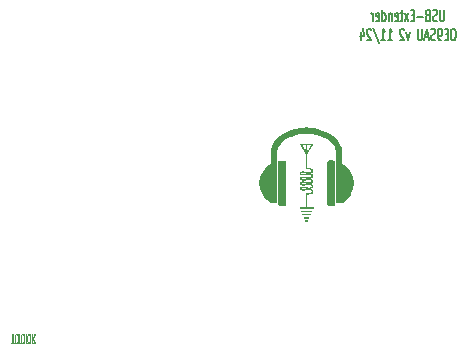
<source format=gbr>
%TF.GenerationSoftware,KiCad,Pcbnew,8.0.5*%
%TF.CreationDate,2025-02-12T12:09:28+01:00*%
%TF.ProjectId,USB-Extender_v2,5553422d-4578-4746-956e-6465725f7632,rev?*%
%TF.SameCoordinates,Original*%
%TF.FileFunction,Legend,Bot*%
%TF.FilePolarity,Positive*%
%FSLAX46Y46*%
G04 Gerber Fmt 4.6, Leading zero omitted, Abs format (unit mm)*
G04 Created by KiCad (PCBNEW 8.0.5) date 2025-02-12 12:09:28*
%MOMM*%
%LPD*%
G01*
G04 APERTURE LIST*
%ADD10C,0.037500*%
%ADD11C,0.150000*%
%ADD12C,0.000000*%
G04 APERTURE END LIST*
D10*
X102389832Y-87212745D02*
X102389832Y-87784173D01*
X102389832Y-87784173D02*
X102380309Y-87898459D01*
X102380309Y-87898459D02*
X102361261Y-87974650D01*
X102361261Y-87974650D02*
X102332690Y-88012745D01*
X102332690Y-88012745D02*
X102313642Y-88012745D01*
X102580309Y-88012745D02*
X102485071Y-88012745D01*
X102485071Y-88012745D02*
X102485071Y-87212745D01*
X102761261Y-87936554D02*
X102751737Y-87974650D01*
X102751737Y-87974650D02*
X102723166Y-88012745D01*
X102723166Y-88012745D02*
X102704118Y-88012745D01*
X102704118Y-88012745D02*
X102675547Y-87974650D01*
X102675547Y-87974650D02*
X102656499Y-87898459D01*
X102656499Y-87898459D02*
X102646976Y-87822269D01*
X102646976Y-87822269D02*
X102637452Y-87669888D01*
X102637452Y-87669888D02*
X102637452Y-87555602D01*
X102637452Y-87555602D02*
X102646976Y-87403221D01*
X102646976Y-87403221D02*
X102656499Y-87327030D01*
X102656499Y-87327030D02*
X102675547Y-87250840D01*
X102675547Y-87250840D02*
X102704118Y-87212745D01*
X102704118Y-87212745D02*
X102723166Y-87212745D01*
X102723166Y-87212745D02*
X102751737Y-87250840D01*
X102751737Y-87250840D02*
X102761261Y-87288935D01*
X102904118Y-87212745D02*
X102904118Y-87784173D01*
X102904118Y-87784173D02*
X102894595Y-87898459D01*
X102894595Y-87898459D02*
X102875547Y-87974650D01*
X102875547Y-87974650D02*
X102846976Y-88012745D01*
X102846976Y-88012745D02*
X102827928Y-88012745D01*
X103094595Y-88012745D02*
X102999357Y-88012745D01*
X102999357Y-88012745D02*
X102999357Y-87212745D01*
X103275547Y-87936554D02*
X103266023Y-87974650D01*
X103266023Y-87974650D02*
X103237452Y-88012745D01*
X103237452Y-88012745D02*
X103218404Y-88012745D01*
X103218404Y-88012745D02*
X103189833Y-87974650D01*
X103189833Y-87974650D02*
X103170785Y-87898459D01*
X103170785Y-87898459D02*
X103161262Y-87822269D01*
X103161262Y-87822269D02*
X103151738Y-87669888D01*
X103151738Y-87669888D02*
X103151738Y-87555602D01*
X103151738Y-87555602D02*
X103161262Y-87403221D01*
X103161262Y-87403221D02*
X103170785Y-87327030D01*
X103170785Y-87327030D02*
X103189833Y-87250840D01*
X103189833Y-87250840D02*
X103218404Y-87212745D01*
X103218404Y-87212745D02*
X103237452Y-87212745D01*
X103237452Y-87212745D02*
X103266023Y-87250840D01*
X103266023Y-87250840D02*
X103275547Y-87288935D01*
X103418404Y-87212745D02*
X103418404Y-87784173D01*
X103418404Y-87784173D02*
X103408881Y-87898459D01*
X103408881Y-87898459D02*
X103389833Y-87974650D01*
X103389833Y-87974650D02*
X103361262Y-88012745D01*
X103361262Y-88012745D02*
X103342214Y-88012745D01*
X103608881Y-88012745D02*
X103513643Y-88012745D01*
X103513643Y-88012745D02*
X103513643Y-87212745D01*
X103789833Y-87936554D02*
X103780309Y-87974650D01*
X103780309Y-87974650D02*
X103751738Y-88012745D01*
X103751738Y-88012745D02*
X103732690Y-88012745D01*
X103732690Y-88012745D02*
X103704119Y-87974650D01*
X103704119Y-87974650D02*
X103685071Y-87898459D01*
X103685071Y-87898459D02*
X103675548Y-87822269D01*
X103675548Y-87822269D02*
X103666024Y-87669888D01*
X103666024Y-87669888D02*
X103666024Y-87555602D01*
X103666024Y-87555602D02*
X103675548Y-87403221D01*
X103675548Y-87403221D02*
X103685071Y-87327030D01*
X103685071Y-87327030D02*
X103704119Y-87250840D01*
X103704119Y-87250840D02*
X103732690Y-87212745D01*
X103732690Y-87212745D02*
X103751738Y-87212745D01*
X103751738Y-87212745D02*
X103780309Y-87250840D01*
X103780309Y-87250840D02*
X103789833Y-87288935D01*
X103932690Y-87212745D02*
X103932690Y-87784173D01*
X103932690Y-87784173D02*
X103923167Y-87898459D01*
X103923167Y-87898459D02*
X103904119Y-87974650D01*
X103904119Y-87974650D02*
X103875548Y-88012745D01*
X103875548Y-88012745D02*
X103856500Y-88012745D01*
X104123167Y-88012745D02*
X104027929Y-88012745D01*
X104027929Y-88012745D02*
X104027929Y-87212745D01*
X104304119Y-87936554D02*
X104294595Y-87974650D01*
X104294595Y-87974650D02*
X104266024Y-88012745D01*
X104266024Y-88012745D02*
X104246976Y-88012745D01*
X104246976Y-88012745D02*
X104218405Y-87974650D01*
X104218405Y-87974650D02*
X104199357Y-87898459D01*
X104199357Y-87898459D02*
X104189834Y-87822269D01*
X104189834Y-87822269D02*
X104180310Y-87669888D01*
X104180310Y-87669888D02*
X104180310Y-87555602D01*
X104180310Y-87555602D02*
X104189834Y-87403221D01*
X104189834Y-87403221D02*
X104199357Y-87327030D01*
X104199357Y-87327030D02*
X104218405Y-87250840D01*
X104218405Y-87250840D02*
X104246976Y-87212745D01*
X104246976Y-87212745D02*
X104266024Y-87212745D01*
X104266024Y-87212745D02*
X104294595Y-87250840D01*
X104294595Y-87250840D02*
X104304119Y-87288935D01*
D11*
X138947142Y-59743219D02*
X138947142Y-60552742D01*
X138947142Y-60552742D02*
X138918571Y-60647980D01*
X138918571Y-60647980D02*
X138890000Y-60695600D01*
X138890000Y-60695600D02*
X138832857Y-60743219D01*
X138832857Y-60743219D02*
X138718571Y-60743219D01*
X138718571Y-60743219D02*
X138661428Y-60695600D01*
X138661428Y-60695600D02*
X138632857Y-60647980D01*
X138632857Y-60647980D02*
X138604285Y-60552742D01*
X138604285Y-60552742D02*
X138604285Y-59743219D01*
X138347143Y-60695600D02*
X138261429Y-60743219D01*
X138261429Y-60743219D02*
X138118571Y-60743219D01*
X138118571Y-60743219D02*
X138061429Y-60695600D01*
X138061429Y-60695600D02*
X138032857Y-60647980D01*
X138032857Y-60647980D02*
X138004286Y-60552742D01*
X138004286Y-60552742D02*
X138004286Y-60457504D01*
X138004286Y-60457504D02*
X138032857Y-60362266D01*
X138032857Y-60362266D02*
X138061429Y-60314647D01*
X138061429Y-60314647D02*
X138118571Y-60267028D01*
X138118571Y-60267028D02*
X138232857Y-60219409D01*
X138232857Y-60219409D02*
X138290000Y-60171790D01*
X138290000Y-60171790D02*
X138318571Y-60124171D01*
X138318571Y-60124171D02*
X138347143Y-60028933D01*
X138347143Y-60028933D02*
X138347143Y-59933695D01*
X138347143Y-59933695D02*
X138318571Y-59838457D01*
X138318571Y-59838457D02*
X138290000Y-59790838D01*
X138290000Y-59790838D02*
X138232857Y-59743219D01*
X138232857Y-59743219D02*
X138090000Y-59743219D01*
X138090000Y-59743219D02*
X138004286Y-59790838D01*
X137547142Y-60219409D02*
X137461428Y-60267028D01*
X137461428Y-60267028D02*
X137432857Y-60314647D01*
X137432857Y-60314647D02*
X137404285Y-60409885D01*
X137404285Y-60409885D02*
X137404285Y-60552742D01*
X137404285Y-60552742D02*
X137432857Y-60647980D01*
X137432857Y-60647980D02*
X137461428Y-60695600D01*
X137461428Y-60695600D02*
X137518571Y-60743219D01*
X137518571Y-60743219D02*
X137747142Y-60743219D01*
X137747142Y-60743219D02*
X137747142Y-59743219D01*
X137747142Y-59743219D02*
X137547142Y-59743219D01*
X137547142Y-59743219D02*
X137490000Y-59790838D01*
X137490000Y-59790838D02*
X137461428Y-59838457D01*
X137461428Y-59838457D02*
X137432857Y-59933695D01*
X137432857Y-59933695D02*
X137432857Y-60028933D01*
X137432857Y-60028933D02*
X137461428Y-60124171D01*
X137461428Y-60124171D02*
X137490000Y-60171790D01*
X137490000Y-60171790D02*
X137547142Y-60219409D01*
X137547142Y-60219409D02*
X137747142Y-60219409D01*
X137147142Y-60362266D02*
X136690000Y-60362266D01*
X136404285Y-60219409D02*
X136204285Y-60219409D01*
X136118571Y-60743219D02*
X136404285Y-60743219D01*
X136404285Y-60743219D02*
X136404285Y-59743219D01*
X136404285Y-59743219D02*
X136118571Y-59743219D01*
X135918571Y-60743219D02*
X135604286Y-60076552D01*
X135918571Y-60076552D02*
X135604286Y-60743219D01*
X135461429Y-60076552D02*
X135232857Y-60076552D01*
X135375714Y-59743219D02*
X135375714Y-60600361D01*
X135375714Y-60600361D02*
X135347143Y-60695600D01*
X135347143Y-60695600D02*
X135290000Y-60743219D01*
X135290000Y-60743219D02*
X135232857Y-60743219D01*
X134804286Y-60695600D02*
X134861429Y-60743219D01*
X134861429Y-60743219D02*
X134975715Y-60743219D01*
X134975715Y-60743219D02*
X135032857Y-60695600D01*
X135032857Y-60695600D02*
X135061429Y-60600361D01*
X135061429Y-60600361D02*
X135061429Y-60219409D01*
X135061429Y-60219409D02*
X135032857Y-60124171D01*
X135032857Y-60124171D02*
X134975715Y-60076552D01*
X134975715Y-60076552D02*
X134861429Y-60076552D01*
X134861429Y-60076552D02*
X134804286Y-60124171D01*
X134804286Y-60124171D02*
X134775715Y-60219409D01*
X134775715Y-60219409D02*
X134775715Y-60314647D01*
X134775715Y-60314647D02*
X135061429Y-60409885D01*
X134518571Y-60076552D02*
X134518571Y-60743219D01*
X134518571Y-60171790D02*
X134490000Y-60124171D01*
X134490000Y-60124171D02*
X134432857Y-60076552D01*
X134432857Y-60076552D02*
X134347143Y-60076552D01*
X134347143Y-60076552D02*
X134290000Y-60124171D01*
X134290000Y-60124171D02*
X134261429Y-60219409D01*
X134261429Y-60219409D02*
X134261429Y-60743219D01*
X133718572Y-60743219D02*
X133718572Y-59743219D01*
X133718572Y-60695600D02*
X133775714Y-60743219D01*
X133775714Y-60743219D02*
X133890000Y-60743219D01*
X133890000Y-60743219D02*
X133947143Y-60695600D01*
X133947143Y-60695600D02*
X133975714Y-60647980D01*
X133975714Y-60647980D02*
X134004286Y-60552742D01*
X134004286Y-60552742D02*
X134004286Y-60267028D01*
X134004286Y-60267028D02*
X133975714Y-60171790D01*
X133975714Y-60171790D02*
X133947143Y-60124171D01*
X133947143Y-60124171D02*
X133890000Y-60076552D01*
X133890000Y-60076552D02*
X133775714Y-60076552D01*
X133775714Y-60076552D02*
X133718572Y-60124171D01*
X133204286Y-60695600D02*
X133261429Y-60743219D01*
X133261429Y-60743219D02*
X133375715Y-60743219D01*
X133375715Y-60743219D02*
X133432857Y-60695600D01*
X133432857Y-60695600D02*
X133461429Y-60600361D01*
X133461429Y-60600361D02*
X133461429Y-60219409D01*
X133461429Y-60219409D02*
X133432857Y-60124171D01*
X133432857Y-60124171D02*
X133375715Y-60076552D01*
X133375715Y-60076552D02*
X133261429Y-60076552D01*
X133261429Y-60076552D02*
X133204286Y-60124171D01*
X133204286Y-60124171D02*
X133175715Y-60219409D01*
X133175715Y-60219409D02*
X133175715Y-60314647D01*
X133175715Y-60314647D02*
X133461429Y-60409885D01*
X132918571Y-60743219D02*
X132918571Y-60076552D01*
X132918571Y-60267028D02*
X132890000Y-60171790D01*
X132890000Y-60171790D02*
X132861429Y-60124171D01*
X132861429Y-60124171D02*
X132804286Y-60076552D01*
X132804286Y-60076552D02*
X132747143Y-60076552D01*
X139790001Y-61353163D02*
X139675715Y-61353163D01*
X139675715Y-61353163D02*
X139618572Y-61400782D01*
X139618572Y-61400782D02*
X139561429Y-61496020D01*
X139561429Y-61496020D02*
X139532858Y-61686496D01*
X139532858Y-61686496D02*
X139532858Y-62019829D01*
X139532858Y-62019829D02*
X139561429Y-62210305D01*
X139561429Y-62210305D02*
X139618572Y-62305544D01*
X139618572Y-62305544D02*
X139675715Y-62353163D01*
X139675715Y-62353163D02*
X139790001Y-62353163D01*
X139790001Y-62353163D02*
X139847144Y-62305544D01*
X139847144Y-62305544D02*
X139904286Y-62210305D01*
X139904286Y-62210305D02*
X139932858Y-62019829D01*
X139932858Y-62019829D02*
X139932858Y-61686496D01*
X139932858Y-61686496D02*
X139904286Y-61496020D01*
X139904286Y-61496020D02*
X139847144Y-61400782D01*
X139847144Y-61400782D02*
X139790001Y-61353163D01*
X139275715Y-61829353D02*
X139075715Y-61829353D01*
X138990001Y-62353163D02*
X139275715Y-62353163D01*
X139275715Y-62353163D02*
X139275715Y-61353163D01*
X139275715Y-61353163D02*
X138990001Y-61353163D01*
X138704287Y-62353163D02*
X138590001Y-62353163D01*
X138590001Y-62353163D02*
X138532858Y-62305544D01*
X138532858Y-62305544D02*
X138504287Y-62257924D01*
X138504287Y-62257924D02*
X138447144Y-62115067D01*
X138447144Y-62115067D02*
X138418573Y-61924591D01*
X138418573Y-61924591D02*
X138418573Y-61543639D01*
X138418573Y-61543639D02*
X138447144Y-61448401D01*
X138447144Y-61448401D02*
X138475716Y-61400782D01*
X138475716Y-61400782D02*
X138532858Y-61353163D01*
X138532858Y-61353163D02*
X138647144Y-61353163D01*
X138647144Y-61353163D02*
X138704287Y-61400782D01*
X138704287Y-61400782D02*
X138732858Y-61448401D01*
X138732858Y-61448401D02*
X138761430Y-61543639D01*
X138761430Y-61543639D02*
X138761430Y-61781734D01*
X138761430Y-61781734D02*
X138732858Y-61876972D01*
X138732858Y-61876972D02*
X138704287Y-61924591D01*
X138704287Y-61924591D02*
X138647144Y-61972210D01*
X138647144Y-61972210D02*
X138532858Y-61972210D01*
X138532858Y-61972210D02*
X138475716Y-61924591D01*
X138475716Y-61924591D02*
X138447144Y-61876972D01*
X138447144Y-61876972D02*
X138418573Y-61781734D01*
X138190001Y-62305544D02*
X138104287Y-62353163D01*
X138104287Y-62353163D02*
X137961429Y-62353163D01*
X137961429Y-62353163D02*
X137904287Y-62305544D01*
X137904287Y-62305544D02*
X137875715Y-62257924D01*
X137875715Y-62257924D02*
X137847144Y-62162686D01*
X137847144Y-62162686D02*
X137847144Y-62067448D01*
X137847144Y-62067448D02*
X137875715Y-61972210D01*
X137875715Y-61972210D02*
X137904287Y-61924591D01*
X137904287Y-61924591D02*
X137961429Y-61876972D01*
X137961429Y-61876972D02*
X138075715Y-61829353D01*
X138075715Y-61829353D02*
X138132858Y-61781734D01*
X138132858Y-61781734D02*
X138161429Y-61734115D01*
X138161429Y-61734115D02*
X138190001Y-61638877D01*
X138190001Y-61638877D02*
X138190001Y-61543639D01*
X138190001Y-61543639D02*
X138161429Y-61448401D01*
X138161429Y-61448401D02*
X138132858Y-61400782D01*
X138132858Y-61400782D02*
X138075715Y-61353163D01*
X138075715Y-61353163D02*
X137932858Y-61353163D01*
X137932858Y-61353163D02*
X137847144Y-61400782D01*
X137618572Y-62067448D02*
X137332858Y-62067448D01*
X137675715Y-62353163D02*
X137475715Y-61353163D01*
X137475715Y-61353163D02*
X137275715Y-62353163D01*
X137075714Y-61353163D02*
X137075714Y-62162686D01*
X137075714Y-62162686D02*
X137047143Y-62257924D01*
X137047143Y-62257924D02*
X137018572Y-62305544D01*
X137018572Y-62305544D02*
X136961429Y-62353163D01*
X136961429Y-62353163D02*
X136847143Y-62353163D01*
X136847143Y-62353163D02*
X136790000Y-62305544D01*
X136790000Y-62305544D02*
X136761429Y-62257924D01*
X136761429Y-62257924D02*
X136732857Y-62162686D01*
X136732857Y-62162686D02*
X136732857Y-61353163D01*
X136047143Y-61686496D02*
X135904286Y-62353163D01*
X135904286Y-62353163D02*
X135761429Y-61686496D01*
X135561429Y-61448401D02*
X135532857Y-61400782D01*
X135532857Y-61400782D02*
X135475715Y-61353163D01*
X135475715Y-61353163D02*
X135332857Y-61353163D01*
X135332857Y-61353163D02*
X135275715Y-61400782D01*
X135275715Y-61400782D02*
X135247143Y-61448401D01*
X135247143Y-61448401D02*
X135218572Y-61543639D01*
X135218572Y-61543639D02*
X135218572Y-61638877D01*
X135218572Y-61638877D02*
X135247143Y-61781734D01*
X135247143Y-61781734D02*
X135590000Y-62353163D01*
X135590000Y-62353163D02*
X135218572Y-62353163D01*
X134190000Y-62353163D02*
X134532857Y-62353163D01*
X134361428Y-62353163D02*
X134361428Y-61353163D01*
X134361428Y-61353163D02*
X134418571Y-61496020D01*
X134418571Y-61496020D02*
X134475714Y-61591258D01*
X134475714Y-61591258D02*
X134532857Y-61638877D01*
X133618571Y-62353163D02*
X133961428Y-62353163D01*
X133789999Y-62353163D02*
X133789999Y-61353163D01*
X133789999Y-61353163D02*
X133847142Y-61496020D01*
X133847142Y-61496020D02*
X133904285Y-61591258D01*
X133904285Y-61591258D02*
X133961428Y-61638877D01*
X132932856Y-61305544D02*
X133447142Y-62591258D01*
X132761428Y-61448401D02*
X132732856Y-61400782D01*
X132732856Y-61400782D02*
X132675714Y-61353163D01*
X132675714Y-61353163D02*
X132532856Y-61353163D01*
X132532856Y-61353163D02*
X132475714Y-61400782D01*
X132475714Y-61400782D02*
X132447142Y-61448401D01*
X132447142Y-61448401D02*
X132418571Y-61543639D01*
X132418571Y-61543639D02*
X132418571Y-61638877D01*
X132418571Y-61638877D02*
X132447142Y-61781734D01*
X132447142Y-61781734D02*
X132789999Y-62353163D01*
X132789999Y-62353163D02*
X132418571Y-62353163D01*
X131904285Y-61686496D02*
X131904285Y-62353163D01*
X132047142Y-61305544D02*
X132189999Y-62019829D01*
X132189999Y-62019829D02*
X131818570Y-62019829D01*
D12*
%TO.C,g2*%
G36*
X127656201Y-77107678D02*
G01*
X127656201Y-77170750D01*
X127309305Y-77170750D01*
X126962409Y-77170750D01*
X126962409Y-77107678D01*
X126962409Y-77044606D01*
X127309305Y-77044606D01*
X127656201Y-77044606D01*
X127656201Y-77107678D01*
G37*
G36*
X127430944Y-77639285D02*
G01*
X127430944Y-77702357D01*
X127309305Y-77702357D01*
X127187666Y-77702357D01*
X127187666Y-77639285D01*
X127187666Y-77576213D01*
X127309305Y-77576213D01*
X127430944Y-77576213D01*
X127430944Y-77639285D01*
G37*
G36*
X127171030Y-77309060D02*
G01*
X127179217Y-77309600D01*
X127222725Y-77311683D01*
X127276711Y-77313371D01*
X127335091Y-77314502D01*
X127391782Y-77314914D01*
X127530057Y-77314914D01*
X127530057Y-77377986D01*
X127530057Y-77441058D01*
X127309305Y-77441058D01*
X127088553Y-77441058D01*
X127088553Y-77372132D01*
X127088553Y-77303206D01*
X127171030Y-77309060D01*
G37*
G36*
X127773335Y-76841801D02*
G01*
X127773335Y-76912221D01*
X127663797Y-76906331D01*
X127661669Y-76906220D01*
X127626257Y-76904896D01*
X127575821Y-76903680D01*
X127513131Y-76902607D01*
X127440959Y-76901712D01*
X127362076Y-76901029D01*
X127279253Y-76900594D01*
X127195262Y-76900441D01*
X126836265Y-76900441D01*
X126836265Y-76841874D01*
X126836265Y-76783307D01*
X127000703Y-76783293D01*
X127015910Y-76783270D01*
X127072248Y-76782952D01*
X127141439Y-76782300D01*
X127219609Y-76781362D01*
X127302882Y-76780188D01*
X127387384Y-76778828D01*
X127469238Y-76777330D01*
X127773335Y-76771381D01*
X127773335Y-76841801D01*
G37*
G36*
X129438898Y-72522179D02*
G01*
X129492369Y-72523324D01*
X129538870Y-72525197D01*
X129574736Y-72527792D01*
X129596303Y-72531102D01*
X129618791Y-72540103D01*
X129656708Y-72565336D01*
X129691196Y-72599200D01*
X129716378Y-72636534D01*
X129717469Y-72638855D01*
X129719348Y-72643808D01*
X129721070Y-72650292D01*
X129722641Y-72659058D01*
X129724069Y-72670855D01*
X129725361Y-72686432D01*
X129726523Y-72706539D01*
X129727562Y-72731925D01*
X129728486Y-72763340D01*
X129729300Y-72801533D01*
X129730012Y-72847253D01*
X129730629Y-72901251D01*
X129731157Y-72964276D01*
X129731603Y-73037077D01*
X129731975Y-73120404D01*
X129732278Y-73215005D01*
X129732520Y-73321632D01*
X129732708Y-73441032D01*
X129732847Y-73573956D01*
X129732947Y-73721154D01*
X129733012Y-73883373D01*
X129733050Y-74061365D01*
X129733068Y-74255879D01*
X129733072Y-74467664D01*
X129733072Y-76265216D01*
X129713422Y-76296752D01*
X129687958Y-76327392D01*
X129645668Y-76354023D01*
X129590148Y-76369139D01*
X129589432Y-76369246D01*
X129565162Y-76371374D01*
X129526747Y-76373085D01*
X129477889Y-76374286D01*
X129422290Y-76374885D01*
X129363651Y-76374789D01*
X129357059Y-76374735D01*
X129296512Y-76374091D01*
X129250864Y-76373115D01*
X129217262Y-76371527D01*
X129192856Y-76369047D01*
X129174792Y-76365396D01*
X129160219Y-76360294D01*
X129146285Y-76353461D01*
X129113589Y-76331951D01*
X129075010Y-76290394D01*
X129051366Y-76240028D01*
X129050484Y-76235348D01*
X129049182Y-76221432D01*
X129047984Y-76198994D01*
X129046885Y-76167442D01*
X129045882Y-76126180D01*
X129044972Y-76074615D01*
X129044150Y-76012154D01*
X129043413Y-75938203D01*
X129042757Y-75852168D01*
X129042177Y-75753456D01*
X129041671Y-75641472D01*
X129041235Y-75515624D01*
X129040865Y-75375317D01*
X129040556Y-75219958D01*
X129040306Y-75048953D01*
X129040110Y-74861709D01*
X129039964Y-74657632D01*
X129039866Y-74436128D01*
X129039280Y-72670111D01*
X129059292Y-72632689D01*
X129068908Y-72616833D01*
X129100991Y-72579110D01*
X129139625Y-72548597D01*
X129178940Y-72530317D01*
X129195216Y-72527623D01*
X129228583Y-72525022D01*
X129273298Y-72523184D01*
X129325698Y-72522102D01*
X129382119Y-72521770D01*
X129438898Y-72522179D01*
G37*
G36*
X125247313Y-72530457D02*
G01*
X125324972Y-72530730D01*
X125387022Y-72531669D01*
X125435483Y-72533623D01*
X125472373Y-72536936D01*
X125499713Y-72541957D01*
X125519521Y-72549033D01*
X125533818Y-72558510D01*
X125544622Y-72570735D01*
X125553953Y-72586056D01*
X125554497Y-72587089D01*
X125556388Y-72591490D01*
X125558126Y-72597431D01*
X125559718Y-72605661D01*
X125561172Y-72616929D01*
X125562496Y-72631984D01*
X125563698Y-72651575D01*
X125564786Y-72676452D01*
X125565768Y-72707364D01*
X125566651Y-72745059D01*
X125567444Y-72790287D01*
X125568154Y-72843797D01*
X125568790Y-72906338D01*
X125569358Y-72978660D01*
X125569868Y-73061510D01*
X125570326Y-73155639D01*
X125570742Y-73261796D01*
X125571122Y-73380730D01*
X125571475Y-73513189D01*
X125571808Y-73659923D01*
X125572130Y-73821681D01*
X125572448Y-73999213D01*
X125572770Y-74193266D01*
X125573104Y-74404592D01*
X125573372Y-74588914D01*
X125573627Y-74802349D01*
X125573792Y-74998692D01*
X125573865Y-75178458D01*
X125573845Y-75342163D01*
X125573729Y-75490322D01*
X125573514Y-75623448D01*
X125573200Y-75742059D01*
X125572783Y-75846667D01*
X125572262Y-75937789D01*
X125571635Y-76015939D01*
X125570899Y-76081632D01*
X125570052Y-76135384D01*
X125569092Y-76177708D01*
X125568017Y-76209121D01*
X125566825Y-76230136D01*
X125565514Y-76241270D01*
X125559338Y-76262389D01*
X125534985Y-76307123D01*
X125499606Y-76343498D01*
X125457266Y-76366801D01*
X125439781Y-76369778D01*
X125406821Y-76372038D01*
X125362257Y-76373422D01*
X125309382Y-76373982D01*
X125251487Y-76373771D01*
X125191862Y-76372842D01*
X125133798Y-76371246D01*
X125080586Y-76369036D01*
X125035518Y-76366265D01*
X125001883Y-76362984D01*
X124982974Y-76359247D01*
X124980695Y-76358332D01*
X124956092Y-76344394D01*
X124932037Y-76325462D01*
X124928962Y-76322687D01*
X124923245Y-76318071D01*
X124918000Y-76313994D01*
X124913206Y-76309712D01*
X124908843Y-76304484D01*
X124904890Y-76297567D01*
X124901328Y-76288218D01*
X124898136Y-76275697D01*
X124895294Y-76259259D01*
X124892783Y-76238164D01*
X124890581Y-76211667D01*
X124888668Y-76179028D01*
X124887026Y-76139504D01*
X124885632Y-76092352D01*
X124884468Y-76036830D01*
X124883513Y-75972196D01*
X124882746Y-75897707D01*
X124882148Y-75812621D01*
X124881699Y-75716196D01*
X124881378Y-75607689D01*
X124881166Y-75486358D01*
X124881041Y-75351461D01*
X124880984Y-75202254D01*
X124880975Y-75037997D01*
X124880994Y-74857946D01*
X124881020Y-74661359D01*
X124881033Y-74447495D01*
X124881033Y-72642394D01*
X124901306Y-72602857D01*
X124907091Y-72591824D01*
X124917849Y-72574085D01*
X124930066Y-72560138D01*
X124945812Y-72549529D01*
X124967158Y-72541802D01*
X124996173Y-72536501D01*
X125034928Y-72533171D01*
X125085492Y-72531357D01*
X125149936Y-72530602D01*
X125230330Y-72530452D01*
X125247313Y-72530457D01*
G37*
G36*
X127445509Y-69733287D02*
G01*
X127543544Y-69736685D01*
X127631617Y-69742078D01*
X127705758Y-69749485D01*
X127819123Y-69765375D01*
X128043755Y-69805674D01*
X128263431Y-69857472D01*
X128480892Y-69921621D01*
X128698880Y-69998970D01*
X128920136Y-70090371D01*
X129147404Y-70196674D01*
X129231507Y-70238679D01*
X129312313Y-70280509D01*
X129381566Y-70318356D01*
X129441942Y-70353798D01*
X129496117Y-70388410D01*
X129546766Y-70423772D01*
X129596564Y-70461461D01*
X129621860Y-70481590D01*
X129759610Y-70603314D01*
X129884010Y-70734651D01*
X129994322Y-70874482D01*
X130089805Y-71021686D01*
X130169721Y-71175144D01*
X130233329Y-71333734D01*
X130279890Y-71496337D01*
X130281113Y-71501704D01*
X130284783Y-71518899D01*
X130287947Y-71536490D01*
X130290655Y-71555944D01*
X130292963Y-71578731D01*
X130294923Y-71606319D01*
X130296587Y-71640177D01*
X130298009Y-71681774D01*
X130299241Y-71732579D01*
X130300338Y-71794061D01*
X130301351Y-71867687D01*
X130302333Y-71954927D01*
X130303339Y-72057250D01*
X130304420Y-72176124D01*
X130309731Y-72772382D01*
X130415655Y-72840098D01*
X130472907Y-72877936D01*
X130613970Y-72983525D01*
X130741268Y-73098328D01*
X130856982Y-73224244D01*
X130881354Y-73253928D01*
X130989847Y-73402654D01*
X131082492Y-73558865D01*
X131159151Y-73721436D01*
X131219690Y-73889244D01*
X131263970Y-74061165D01*
X131291856Y-74236077D01*
X131303211Y-74412856D01*
X131297900Y-74590379D01*
X131275784Y-74767521D01*
X131236729Y-74943161D01*
X131180598Y-75116173D01*
X131107254Y-75285436D01*
X131042039Y-75408182D01*
X130949405Y-75553732D01*
X130845291Y-75687528D01*
X130728253Y-75811217D01*
X130596842Y-75926448D01*
X130449612Y-76034871D01*
X130355777Y-76098526D01*
X130069343Y-76098526D01*
X129782908Y-76098526D01*
X129780516Y-73861722D01*
X129778124Y-71624918D01*
X129749387Y-71542434D01*
X129744992Y-71530099D01*
X129726944Y-71483174D01*
X129707267Y-71436392D01*
X129689500Y-71398269D01*
X129672644Y-71366141D01*
X129600644Y-71248591D01*
X129514054Y-71132333D01*
X129415474Y-71019970D01*
X129307506Y-70914105D01*
X129192751Y-70817342D01*
X129073812Y-70732283D01*
X128953289Y-70661534D01*
X128947159Y-70658367D01*
X128882144Y-70627071D01*
X128803248Y-70592465D01*
X128713637Y-70555810D01*
X128616478Y-70518367D01*
X128514939Y-70481396D01*
X128412187Y-70446158D01*
X128328266Y-70418916D01*
X128167567Y-70370766D01*
X128016836Y-70331651D01*
X127872674Y-70300980D01*
X127731683Y-70278157D01*
X127590462Y-70262590D01*
X127445614Y-70253686D01*
X127293738Y-70250849D01*
X127161521Y-70252980D01*
X127034075Y-70260081D01*
X126910916Y-70272811D01*
X126786968Y-70291826D01*
X126657155Y-70317783D01*
X126516400Y-70351337D01*
X126470353Y-70363419D01*
X126368598Y-70392384D01*
X126260848Y-70425716D01*
X126150469Y-70462217D01*
X126040827Y-70500688D01*
X125935287Y-70539931D01*
X125837215Y-70578746D01*
X125749977Y-70615935D01*
X125676939Y-70650299D01*
X125669780Y-70653922D01*
X125548736Y-70723213D01*
X125431034Y-70805265D01*
X125318475Y-70898077D01*
X125212854Y-70999647D01*
X125115969Y-71107975D01*
X125029620Y-71221060D01*
X124955602Y-71336900D01*
X124895714Y-71453494D01*
X124851755Y-71568841D01*
X124831555Y-71633928D01*
X124829123Y-73866227D01*
X124826691Y-76098526D01*
X124540257Y-76098526D01*
X124253823Y-76098526D01*
X124160079Y-76034933D01*
X124091839Y-75986713D01*
X123944290Y-75867473D01*
X123811325Y-75737845D01*
X123693211Y-75598286D01*
X123590215Y-75449255D01*
X123502604Y-75291210D01*
X123430645Y-75124608D01*
X123374604Y-74949908D01*
X123334749Y-74767568D01*
X123311345Y-74578046D01*
X123306402Y-74474403D01*
X123311932Y-74298785D01*
X123334384Y-74123025D01*
X123373265Y-73949140D01*
X123428085Y-73779150D01*
X123498352Y-73615072D01*
X123583576Y-73458925D01*
X123662167Y-73341715D01*
X123759858Y-73218634D01*
X123868132Y-73101813D01*
X123984045Y-72994182D01*
X124104654Y-72898671D01*
X124227018Y-72818211D01*
X124303112Y-72773425D01*
X124306766Y-72181151D01*
X124307162Y-72117582D01*
X124307883Y-72008161D01*
X124308593Y-71914498D01*
X124309344Y-71835107D01*
X124310188Y-71768500D01*
X124311175Y-71713188D01*
X124312359Y-71667683D01*
X124313790Y-71630498D01*
X124315521Y-71600144D01*
X124317602Y-71575135D01*
X124320086Y-71553981D01*
X124323025Y-71535195D01*
X124326469Y-71517288D01*
X124330471Y-71498774D01*
X124349220Y-71423546D01*
X124401941Y-71265209D01*
X124471278Y-71110807D01*
X124556353Y-70961654D01*
X124656285Y-70819063D01*
X124770196Y-70684349D01*
X124897206Y-70558826D01*
X125036435Y-70443809D01*
X125066801Y-70421357D01*
X125120731Y-70383806D01*
X125177469Y-70347531D01*
X125239796Y-70310926D01*
X125310491Y-70272387D01*
X125392336Y-70230309D01*
X125488109Y-70183088D01*
X125591632Y-70133972D01*
X125808006Y-70039285D01*
X126019131Y-69958374D01*
X126228065Y-69890287D01*
X126437867Y-69834078D01*
X126651594Y-69788795D01*
X126872306Y-69753491D01*
X126944942Y-69745558D01*
X127033200Y-69739266D01*
X127131358Y-69734874D01*
X127235444Y-69732401D01*
X127341485Y-69731866D01*
X127445509Y-69733287D01*
G37*
G36*
X127797419Y-71270379D02*
G01*
X127761736Y-71336037D01*
X127721946Y-71409077D01*
X127678841Y-71488036D01*
X127633217Y-71571451D01*
X127385893Y-72023200D01*
X127385893Y-72572830D01*
X127385893Y-73122460D01*
X127456816Y-73127929D01*
X127527768Y-73136091D01*
X127612186Y-73153258D01*
X127688106Y-73177164D01*
X127752485Y-73206809D01*
X127802280Y-73241198D01*
X127840345Y-73284916D01*
X127864405Y-73338657D01*
X127872414Y-73400537D01*
X127872168Y-73414388D01*
X127868621Y-73445548D01*
X127859160Y-73472742D01*
X127841622Y-73499615D01*
X127813844Y-73529810D01*
X127773664Y-73566973D01*
X127708540Y-73624851D01*
X127708989Y-73625141D01*
X127729675Y-73638515D01*
X127744608Y-73649054D01*
X127777346Y-73676589D01*
X127809951Y-73708656D01*
X127837553Y-73740292D01*
X127855280Y-73766533D01*
X127856863Y-73769795D01*
X127868078Y-73805359D01*
X127872448Y-73844243D01*
X127872441Y-73845685D01*
X127866102Y-73885166D01*
X127846917Y-73923469D01*
X127813429Y-73962758D01*
X127764180Y-74005201D01*
X127758920Y-74009297D01*
X127734212Y-74028861D01*
X127716831Y-74043164D01*
X127710745Y-74048897D01*
X127710263Y-74049351D01*
X127710895Y-74050217D01*
X127720903Y-74059524D01*
X127740555Y-74076549D01*
X127766577Y-74098437D01*
X127781827Y-74111393D01*
X127824101Y-74152123D01*
X127852129Y-74189148D01*
X127867660Y-74225190D01*
X127872448Y-74262972D01*
X127870066Y-74293315D01*
X127860985Y-74322654D01*
X127843143Y-74352104D01*
X127814489Y-74385001D01*
X127772972Y-74424678D01*
X127713833Y-74478402D01*
X127710776Y-74481179D01*
X127761600Y-74521725D01*
X127788558Y-74544685D01*
X127818181Y-74572833D01*
X127840183Y-74596897D01*
X127853548Y-74614925D01*
X127862884Y-74634195D01*
X127867013Y-74657657D01*
X127867943Y-74692206D01*
X127867483Y-74718205D01*
X127864307Y-74744943D01*
X127856455Y-74765516D01*
X127842022Y-74786874D01*
X127822666Y-74808651D01*
X127793965Y-74836081D01*
X127763189Y-74861948D01*
X127719115Y-74896175D01*
X127710276Y-74903039D01*
X127754754Y-74932991D01*
X127779594Y-74951464D01*
X127825777Y-74999128D01*
X127856652Y-75052712D01*
X127871569Y-75110221D01*
X127869880Y-75169660D01*
X127850938Y-75229033D01*
X127850586Y-75229773D01*
X127818978Y-75280283D01*
X127776017Y-75321910D01*
X127720596Y-75355180D01*
X127651603Y-75380617D01*
X127567930Y-75398748D01*
X127468467Y-75410096D01*
X127385893Y-75416329D01*
X127385893Y-75960159D01*
X127385893Y-76503989D01*
X127642686Y-76503989D01*
X127899479Y-76503989D01*
X127899479Y-76571566D01*
X127899479Y-76639143D01*
X127304800Y-76639143D01*
X126710121Y-76639143D01*
X126710121Y-76571566D01*
X126710121Y-76503989D01*
X126975924Y-76503989D01*
X127241728Y-76503989D01*
X127241728Y-75892700D01*
X127241728Y-75281411D01*
X127379135Y-75275488D01*
X127454612Y-75271009D01*
X127527461Y-75263189D01*
X127586006Y-75252211D01*
X127632155Y-75237704D01*
X127667816Y-75219295D01*
X127675923Y-75213600D01*
X127707719Y-75183160D01*
X127729290Y-75148633D01*
X127737260Y-75115085D01*
X127733141Y-75098173D01*
X127714663Y-75072407D01*
X127684494Y-75046771D01*
X127646104Y-75023614D01*
X127602964Y-75005285D01*
X127558545Y-74994134D01*
X127528689Y-74994330D01*
X127482918Y-75001583D01*
X127421934Y-75015793D01*
X127347646Y-75034095D01*
X127258435Y-75052903D01*
X127177961Y-75065521D01*
X127101788Y-75072610D01*
X127025481Y-75074829D01*
X126981366Y-75074492D01*
X126942261Y-75072901D01*
X126912625Y-75069478D01*
X126887841Y-75063655D01*
X126863296Y-75054865D01*
X126845318Y-75047194D01*
X126798170Y-75020540D01*
X126766673Y-74989452D01*
X126749066Y-74951730D01*
X126743588Y-74905173D01*
X126743624Y-74904663D01*
X126881316Y-74904663D01*
X126887380Y-74916370D01*
X126904429Y-74927411D01*
X126924591Y-74932379D01*
X126957980Y-74935876D01*
X126999250Y-74937132D01*
X127045524Y-74936394D01*
X127093922Y-74933909D01*
X127141569Y-74929924D01*
X127185584Y-74924689D01*
X127223091Y-74918448D01*
X127251211Y-74911451D01*
X127267067Y-74903944D01*
X127267780Y-74896175D01*
X127267303Y-74895754D01*
X127252303Y-74890382D01*
X127223170Y-74885176D01*
X127183505Y-74880495D01*
X127136910Y-74876699D01*
X127086984Y-74874145D01*
X127037330Y-74873195D01*
X126977515Y-74874180D01*
X126933012Y-74877494D01*
X126903218Y-74883462D01*
X126886523Y-74892410D01*
X126881316Y-74904663D01*
X126743624Y-74904663D01*
X126745582Y-74877120D01*
X126761059Y-74829002D01*
X126791683Y-74790315D01*
X126837247Y-74761172D01*
X126897546Y-74741685D01*
X126972373Y-74731967D01*
X127061522Y-74732129D01*
X127078518Y-74733076D01*
X127133124Y-74736930D01*
X127181340Y-74742140D01*
X127227873Y-74749546D01*
X127277429Y-74759988D01*
X127334715Y-74774305D01*
X127404438Y-74793338D01*
X127535611Y-74830014D01*
X127608001Y-74793617D01*
X127661397Y-74764673D01*
X127703182Y-74736892D01*
X127728671Y-74712778D01*
X127737294Y-74692776D01*
X127735743Y-74685476D01*
X127721060Y-74664863D01*
X127692686Y-74640440D01*
X127652842Y-74613963D01*
X127603747Y-74587187D01*
X127580919Y-74575990D01*
X127554994Y-74564627D01*
X127536398Y-74559807D01*
X127519866Y-74560421D01*
X127500128Y-74565359D01*
X127491244Y-74567941D01*
X127393872Y-74594969D01*
X127309210Y-74615680D01*
X127233664Y-74630701D01*
X127163640Y-74640656D01*
X127095543Y-74646170D01*
X127025778Y-74647869D01*
X126974789Y-74646367D01*
X126898041Y-74636536D01*
X126836712Y-74617492D01*
X126790729Y-74589184D01*
X126760016Y-74551557D01*
X126744498Y-74504559D01*
X126744342Y-74482386D01*
X126885573Y-74482386D01*
X126901042Y-74495909D01*
X126914918Y-74499935D01*
X126944454Y-74503942D01*
X126984352Y-74507046D01*
X127030478Y-74509123D01*
X127078698Y-74510050D01*
X127124881Y-74509703D01*
X127164894Y-74507959D01*
X127194603Y-74504693D01*
X127218173Y-74499223D01*
X127240843Y-74489383D01*
X127249380Y-74478402D01*
X127241887Y-74467762D01*
X127241343Y-74467432D01*
X127215579Y-74457634D01*
X127176649Y-74449524D01*
X127128962Y-74443341D01*
X127076929Y-74439327D01*
X127024958Y-74437724D01*
X126977459Y-74438773D01*
X126938842Y-74442715D01*
X126913518Y-74449792D01*
X126907768Y-74452838D01*
X126887773Y-74468182D01*
X126885573Y-74482386D01*
X126744342Y-74482386D01*
X126744102Y-74448137D01*
X126753376Y-74415029D01*
X126779670Y-74377264D01*
X126820719Y-74345636D01*
X126874958Y-74321278D01*
X126940822Y-74305329D01*
X126997967Y-74300554D01*
X127070027Y-74302111D01*
X127151298Y-74309842D01*
X127238034Y-74323271D01*
X127326491Y-74341923D01*
X127412923Y-74365322D01*
X127462929Y-74379342D01*
X127509806Y-74387922D01*
X127549921Y-74387640D01*
X127588360Y-74377753D01*
X127630211Y-74357517D01*
X127680562Y-74326188D01*
X127710967Y-74303686D01*
X127730550Y-74281058D01*
X127734552Y-74259464D01*
X127722600Y-74237205D01*
X127694321Y-74212581D01*
X127649342Y-74183890D01*
X127610694Y-74163106D01*
X127575556Y-74149667D01*
X127540560Y-74143836D01*
X127501485Y-74145378D01*
X127454110Y-74154057D01*
X127394213Y-74169638D01*
X127352060Y-74180995D01*
X127239816Y-74206332D01*
X127136390Y-74222319D01*
X127042887Y-74228968D01*
X126960415Y-74226293D01*
X126890077Y-74214306D01*
X126832980Y-74193021D01*
X126790230Y-74162450D01*
X126760049Y-74122090D01*
X126743756Y-74076439D01*
X126743249Y-74059176D01*
X126885858Y-74059176D01*
X126898538Y-74074012D01*
X126924738Y-74083673D01*
X126942609Y-74086629D01*
X126986070Y-74090914D01*
X127032639Y-74092294D01*
X127079968Y-74091106D01*
X127125709Y-74087687D01*
X127167514Y-74082373D01*
X127203037Y-74075501D01*
X127229930Y-74067407D01*
X127245845Y-74058427D01*
X127248434Y-74048897D01*
X127235351Y-74039156D01*
X127225205Y-74037075D01*
X127198988Y-74034455D01*
X127160704Y-74031963D01*
X127113638Y-74029807D01*
X127061073Y-74028192D01*
X127051021Y-74027959D01*
X126995495Y-74026916D01*
X126954977Y-74026799D01*
X126926868Y-74027769D01*
X126908572Y-74029989D01*
X126897491Y-74033623D01*
X126891027Y-74038832D01*
X126888757Y-74041907D01*
X126885858Y-74059176D01*
X126743249Y-74059176D01*
X126742392Y-74029952D01*
X126756046Y-73986135D01*
X126784807Y-73948497D01*
X126793436Y-73940948D01*
X126834640Y-73913915D01*
X126884050Y-73895635D01*
X126944559Y-73885286D01*
X127019061Y-73882048D01*
X127052618Y-73882394D01*
X127117701Y-73885331D01*
X127181862Y-73891769D01*
X127248642Y-73902315D01*
X127321585Y-73917579D01*
X127404233Y-73938170D01*
X127500128Y-73964695D01*
X127513041Y-73968137D01*
X127530257Y-73970422D01*
X127547596Y-73967688D01*
X127570333Y-73958814D01*
X127603747Y-73942678D01*
X127625992Y-73931163D01*
X127671356Y-73904300D01*
X127706507Y-73878497D01*
X127729227Y-73855507D01*
X127737294Y-73837088D01*
X127737242Y-73835702D01*
X127727402Y-73815428D01*
X127701256Y-73791390D01*
X127659836Y-73764379D01*
X127604177Y-73735184D01*
X127529627Y-73699336D01*
X127405950Y-73736331D01*
X127388095Y-73741640D01*
X127320196Y-73760907D01*
X127263101Y-73774970D01*
X127211847Y-73784636D01*
X127161471Y-73790714D01*
X127107010Y-73794011D01*
X127043502Y-73795336D01*
X126991881Y-73795083D01*
X126931998Y-73791815D01*
X126884690Y-73784430D01*
X126846893Y-73772142D01*
X126815545Y-73754165D01*
X126787582Y-73729715D01*
X126774179Y-73713949D01*
X126751523Y-73670198D01*
X126743837Y-73626160D01*
X126876224Y-73626160D01*
X126885077Y-73637354D01*
X126888221Y-73640059D01*
X126898874Y-73645249D01*
X126916261Y-73648923D01*
X126943204Y-73651389D01*
X126982524Y-73652954D01*
X127037041Y-73653927D01*
X127085054Y-73653939D01*
X127145668Y-73651969D01*
X127195520Y-73647874D01*
X127232806Y-73641884D01*
X127255722Y-73634229D01*
X127262461Y-73625141D01*
X127259907Y-73620676D01*
X127246952Y-73613884D01*
X127221934Y-73608290D01*
X127183366Y-73603684D01*
X127129758Y-73599856D01*
X127059621Y-73596596D01*
X127007541Y-73594775D01*
X126967035Y-73594019D01*
X126938524Y-73594654D01*
X126918927Y-73596869D01*
X126905161Y-73600856D01*
X126894143Y-73606804D01*
X126879624Y-73617356D01*
X126876224Y-73626160D01*
X126743837Y-73626160D01*
X126743161Y-73622286D01*
X126749474Y-73574699D01*
X126770839Y-73531928D01*
X126778980Y-73522211D01*
X126817555Y-73493086D01*
X126870501Y-73471882D01*
X126936384Y-73458640D01*
X127013769Y-73453403D01*
X127101223Y-73456212D01*
X127197311Y-73467108D01*
X127300599Y-73486134D01*
X127409653Y-73513332D01*
X127438821Y-73521165D01*
X127478424Y-73530681D01*
X127510861Y-73537191D01*
X127531087Y-73539604D01*
X127539614Y-73538754D01*
X127568723Y-73530186D01*
X127605206Y-73514458D01*
X127644015Y-73494125D01*
X127680100Y-73471742D01*
X127708412Y-73449866D01*
X127723441Y-73433812D01*
X127735820Y-73406648D01*
X127731100Y-73378182D01*
X127709301Y-73346163D01*
X127697103Y-73334228D01*
X127666928Y-73314509D01*
X127625924Y-73297867D01*
X127572665Y-73283965D01*
X127505722Y-73272464D01*
X127423667Y-73263028D01*
X127325073Y-73255318D01*
X127232718Y-73249331D01*
X127232718Y-72640199D01*
X127232718Y-72031067D01*
X126975924Y-71563999D01*
X126932744Y-71485403D01*
X126888863Y-71405407D01*
X126848376Y-71331469D01*
X126812040Y-71264978D01*
X126795811Y-71235205D01*
X126955786Y-71235205D01*
X126956183Y-71236100D01*
X126963240Y-71249491D01*
X126977825Y-71276040D01*
X126998769Y-71313655D01*
X127024901Y-71360243D01*
X127055055Y-71413710D01*
X127088059Y-71471966D01*
X127094670Y-71483601D01*
X127127392Y-71540932D01*
X127157281Y-71592891D01*
X127183133Y-71637413D01*
X127203745Y-71672433D01*
X127217910Y-71695887D01*
X127224426Y-71705711D01*
X127225858Y-71704921D01*
X127228178Y-71690186D01*
X127229835Y-71658662D01*
X127230808Y-71611158D01*
X127231076Y-71548482D01*
X127230616Y-71471443D01*
X127228212Y-71228465D01*
X127089749Y-71225972D01*
X127072318Y-71225680D01*
X127022946Y-71225252D01*
X126988777Y-71225842D01*
X126967641Y-71227597D01*
X126957367Y-71230668D01*
X126955786Y-71235205D01*
X126795811Y-71235205D01*
X126789681Y-71223960D01*
X127385893Y-71223960D01*
X127385893Y-71467238D01*
X127385893Y-71469722D01*
X127386033Y-71533625D01*
X127386130Y-71548482D01*
X127386410Y-71591115D01*
X127386989Y-71639870D01*
X127387734Y-71677570D01*
X127388610Y-71701892D01*
X127389582Y-71710516D01*
X127389987Y-71710186D01*
X127396801Y-71699720D01*
X127410690Y-71676287D01*
X127430338Y-71642239D01*
X127454432Y-71599930D01*
X127481660Y-71551713D01*
X127510706Y-71499942D01*
X127540257Y-71446970D01*
X127569000Y-71395151D01*
X127595621Y-71346839D01*
X127618806Y-71304386D01*
X127637241Y-71270146D01*
X127649614Y-71246472D01*
X127654609Y-71235719D01*
X127654727Y-71234998D01*
X127651160Y-71230514D01*
X127638239Y-71227359D01*
X127613799Y-71225343D01*
X127575677Y-71224274D01*
X127521707Y-71223960D01*
X127385893Y-71223960D01*
X126789681Y-71223960D01*
X126780613Y-71207325D01*
X126754850Y-71159898D01*
X126735511Y-71124086D01*
X126723352Y-71101280D01*
X126719131Y-71092869D01*
X126720387Y-71092603D01*
X126735523Y-71091916D01*
X126766625Y-71091272D01*
X126812196Y-71090680D01*
X126870742Y-71090150D01*
X126940767Y-71089694D01*
X127020777Y-71089321D01*
X127109276Y-71089042D01*
X127204770Y-71088867D01*
X127305764Y-71088806D01*
X127316794Y-71088806D01*
X127432624Y-71088833D01*
X127531811Y-71088930D01*
X127615621Y-71089131D01*
X127685319Y-71089469D01*
X127742172Y-71089978D01*
X127787445Y-71090692D01*
X127822405Y-71091645D01*
X127848317Y-71092870D01*
X127866447Y-71094400D01*
X127878062Y-71096270D01*
X127884426Y-71098513D01*
X127886806Y-71101163D01*
X127886469Y-71104254D01*
X127883224Y-71110825D01*
X127871898Y-71132326D01*
X127853293Y-71167061D01*
X127828203Y-71213566D01*
X127816590Y-71234998D01*
X127797419Y-71270379D01*
G37*
%TD*%
M02*

</source>
